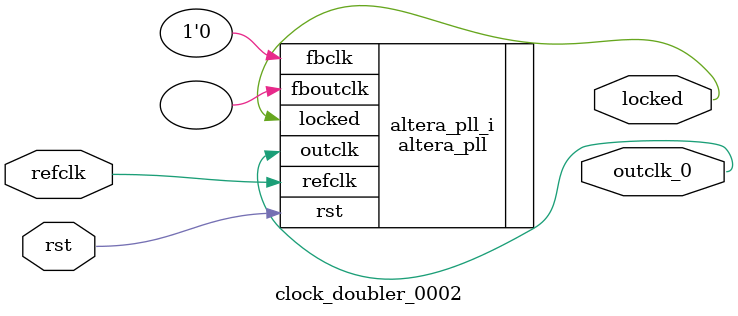
<source format=v>
`timescale 1ns/10ps
module  clock_doubler_0002(

	// interface 'refclk'
	input wire refclk,

	// interface 'reset'
	input wire rst,

	// interface 'outclk0'
	output wire outclk_0,

	// interface 'locked'
	output wire locked
);

	altera_pll #(
		.fractional_vco_multiplier("false"),
		.reference_clock_frequency("50.0 MHz"),
		.operation_mode("direct"),
		.number_of_clocks(1),
		.output_clock_frequency0("100.000000 MHz"),
		.phase_shift0("0 ps"),
		.duty_cycle0(50),
		.output_clock_frequency1("0 MHz"),
		.phase_shift1("0 ps"),
		.duty_cycle1(50),
		.output_clock_frequency2("0 MHz"),
		.phase_shift2("0 ps"),
		.duty_cycle2(50),
		.output_clock_frequency3("0 MHz"),
		.phase_shift3("0 ps"),
		.duty_cycle3(50),
		.output_clock_frequency4("0 MHz"),
		.phase_shift4("0 ps"),
		.duty_cycle4(50),
		.output_clock_frequency5("0 MHz"),
		.phase_shift5("0 ps"),
		.duty_cycle5(50),
		.output_clock_frequency6("0 MHz"),
		.phase_shift6("0 ps"),
		.duty_cycle6(50),
		.output_clock_frequency7("0 MHz"),
		.phase_shift7("0 ps"),
		.duty_cycle7(50),
		.output_clock_frequency8("0 MHz"),
		.phase_shift8("0 ps"),
		.duty_cycle8(50),
		.output_clock_frequency9("0 MHz"),
		.phase_shift9("0 ps"),
		.duty_cycle9(50),
		.output_clock_frequency10("0 MHz"),
		.phase_shift10("0 ps"),
		.duty_cycle10(50),
		.output_clock_frequency11("0 MHz"),
		.phase_shift11("0 ps"),
		.duty_cycle11(50),
		.output_clock_frequency12("0 MHz"),
		.phase_shift12("0 ps"),
		.duty_cycle12(50),
		.output_clock_frequency13("0 MHz"),
		.phase_shift13("0 ps"),
		.duty_cycle13(50),
		.output_clock_frequency14("0 MHz"),
		.phase_shift14("0 ps"),
		.duty_cycle14(50),
		.output_clock_frequency15("0 MHz"),
		.phase_shift15("0 ps"),
		.duty_cycle15(50),
		.output_clock_frequency16("0 MHz"),
		.phase_shift16("0 ps"),
		.duty_cycle16(50),
		.output_clock_frequency17("0 MHz"),
		.phase_shift17("0 ps"),
		.duty_cycle17(50),
		.pll_type("General"),
		.pll_subtype("General")
	) altera_pll_i (
		.rst	(rst),
		.outclk	({outclk_0}),
		.locked	(locked),
		.fboutclk	( ),
		.fbclk	(1'b0),
		.refclk	(refclk)
	);
endmodule


</source>
